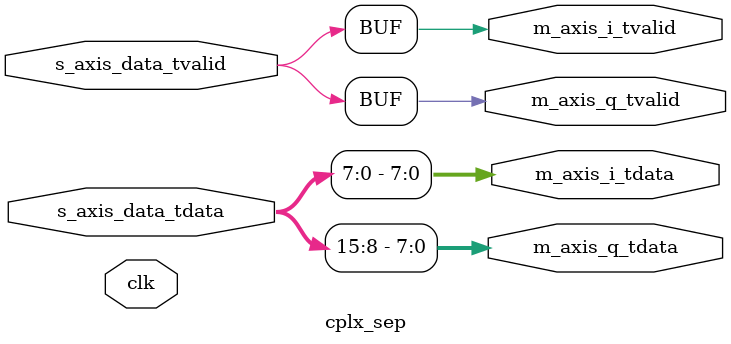
<source format=v>
`timescale 1ns / 1ps

module cplx_sep(
    input clk,
    input [15:0] s_axis_data_tdata,
    input s_axis_data_tvalid,
    output [7:0] m_axis_q_tdata,
    output m_axis_q_tvalid,
    output [7:0] m_axis_i_tdata,
    output m_axis_i_tvalid
    );
    
    
    assign m_axis_q_tdata = s_axis_data_tdata[15:8];
    assign m_axis_i_tdata = s_axis_data_tdata[7:0];
    assign m_axis_q_tvalid = s_axis_data_tvalid;
    assign m_axis_i_tvalid = s_axis_data_tvalid;
    
    
    
endmodule


</source>
